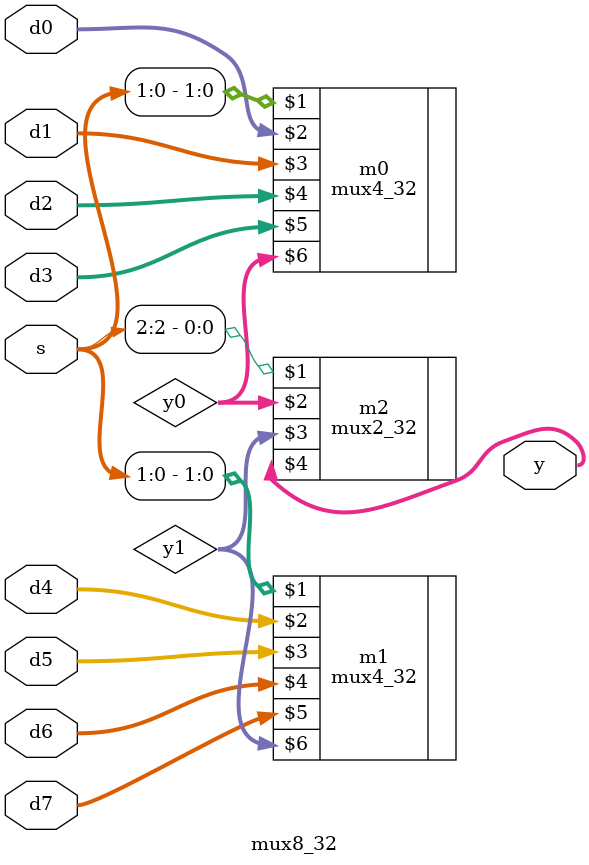
<source format=sv>
module mux8_32(
    input logic [2:0] s,
    input logic [31:0] d0, d1, d2, d3, d4, d5, d6, d7,
    output logic [31:0] y);

    logic [31:0] y0, y1;

    mux4_32 m0(s[1:0], d0, d1, d2, d3, y0);
    mux4_32 m1(s[1:0], d4, d5, d6, d7, y1);
    mux2_32 m2(s[2], y0, y1, y);
endmodule

</source>
